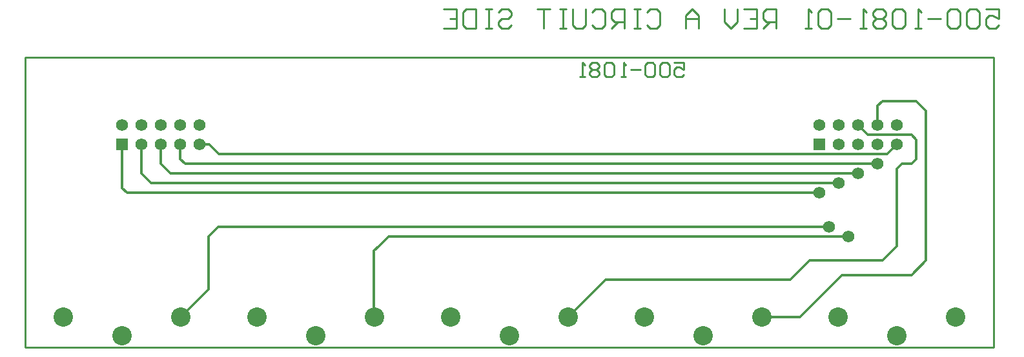
<source format=gbl>
%FSLAX24Y24*%
%MOIN*%
G70*
G01*
G75*
G04 Layer_Physical_Order=2*
G04 Layer_Color=16711680*
%ADD10C,0.0120*%
%ADD11C,0.0100*%
%ADD12C,0.0620*%
%ADD13R,0.0620X0.0620*%
%ADD14C,0.1000*%
D10*
X18000Y1500D02*
X18250D01*
X38031Y1584D02*
X40000D01*
X29947Y3500D02*
X39500D01*
X42166Y3750D02*
X45750D01*
X40500Y4500D02*
X44250D01*
X9947Y6250D02*
X41500D01*
X18750Y5750D02*
X42500D01*
X5250Y8000D02*
X41000D01*
X6500Y8500D02*
X42000D01*
X7500Y9000D02*
X43000D01*
X8250Y9500D02*
X44000D01*
X45250D02*
X45750D01*
X10000Y10000D02*
X44500D01*
X9000Y10500D02*
X9500D01*
X43500Y11000D02*
X45750D01*
X44250Y12750D02*
X46000D01*
X5000Y8250D02*
Y10500D01*
X6000Y9000D02*
Y10500D01*
X7000Y9500D02*
Y10500D01*
X9447Y3000D02*
Y5750D01*
X8000Y9750D02*
Y10500D01*
X18000Y1750D02*
Y5000D01*
X44000Y11500D02*
Y12500D01*
X46500Y4500D02*
Y12250D01*
X45000Y5250D02*
Y9250D01*
X46000Y9750D02*
Y10750D01*
X9447Y5750D02*
X9947Y6250D01*
X18250Y5250D02*
X18750Y5750D01*
X18000Y5000D02*
X18250Y5250D01*
X39500Y3500D02*
X40500Y4500D01*
X44500Y10000D02*
X45000Y10500D01*
X44000Y12500D02*
X44250Y12750D01*
Y4500D02*
X45000Y5250D01*
X45750Y3750D02*
X46500Y4500D01*
X45000Y9250D02*
X45250Y9500D01*
X45750D02*
X46000Y9750D01*
X8031Y1584D02*
X9447Y3000D01*
X40000Y1584D02*
X42166Y3750D01*
X28031Y1584D02*
X29947Y3500D01*
X5000Y8250D02*
X5250Y8000D01*
X6000Y9000D02*
X6500Y8500D01*
X7000Y9500D02*
X7500Y9000D01*
X8000Y9750D02*
X8250Y9500D01*
X9500Y10500D02*
X10000Y10000D01*
X18000Y1750D02*
X18250Y1500D01*
X43000Y11500D02*
X43500Y11000D01*
X46000Y12750D02*
X46500Y12250D01*
X45750Y11000D02*
X46000Y10750D01*
X18000Y1500D02*
X18032Y1584D01*
D11*
X49584Y17500D02*
X50250D01*
Y17000D01*
X49917Y17166D01*
X49750D01*
X49584Y17000D01*
Y16667D01*
X49750Y16500D01*
X50083D01*
X50250Y16667D01*
X49250Y17333D02*
X49084Y17500D01*
X48750D01*
X48584Y17333D01*
Y16667D01*
X48750Y16500D01*
X49084D01*
X49250Y16667D01*
Y17333D01*
X48251D02*
X48084Y17500D01*
X47751D01*
X47584Y17333D01*
Y16667D01*
X47751Y16500D01*
X48084D01*
X48251Y16667D01*
Y17333D01*
X47251Y17000D02*
X46585D01*
X46251Y16500D02*
X45918D01*
X46085D01*
Y17500D01*
X46251Y17333D01*
X45418D02*
X45252Y17500D01*
X44918D01*
X44752Y17333D01*
Y16667D01*
X44918Y16500D01*
X45252D01*
X45418Y16667D01*
Y17333D01*
X44419D02*
X44252Y17500D01*
X43919D01*
X43752Y17333D01*
Y17166D01*
X43919Y17000D01*
X43752Y16833D01*
Y16667D01*
X43919Y16500D01*
X44252D01*
X44419Y16667D01*
Y16833D01*
X44252Y17000D01*
X44419Y17166D01*
Y17333D01*
X44252Y17000D02*
X43919D01*
X43419Y16500D02*
X43086D01*
X43252D01*
Y17500D01*
X43419Y17333D01*
X42586Y17000D02*
X41919D01*
X41586Y17333D02*
X41420Y17500D01*
X41086D01*
X40920Y17333D01*
Y16667D01*
X41086Y16500D01*
X41420D01*
X41586Y16667D01*
Y17333D01*
X40586Y16500D02*
X40253D01*
X40420D01*
Y17500D01*
X40586Y17333D01*
X38754Y16500D02*
Y17500D01*
X38254D01*
X38087Y17333D01*
Y17000D01*
X38254Y16833D01*
X38754D01*
X38420D02*
X38087Y16500D01*
X37088Y17500D02*
X37754D01*
Y16500D01*
X37088D01*
X37754Y17000D02*
X37421D01*
X36754Y17500D02*
Y16833D01*
X36421Y16500D01*
X36088Y16833D01*
Y17500D01*
X34755Y16500D02*
Y17166D01*
X34422Y17500D01*
X34089Y17166D01*
Y16500D01*
Y17000D01*
X34755D01*
X32089Y17333D02*
X32256Y17500D01*
X32589D01*
X32756Y17333D01*
Y16667D01*
X32589Y16500D01*
X32256D01*
X32089Y16667D01*
X31756Y17500D02*
X31423D01*
X31589D01*
Y16500D01*
X31756D01*
X31423D01*
X30923D02*
Y17500D01*
X30423D01*
X30256Y17333D01*
Y17000D01*
X30423Y16833D01*
X30923D01*
X30590D02*
X30256Y16500D01*
X29257Y17333D02*
X29423Y17500D01*
X29757D01*
X29923Y17333D01*
Y16667D01*
X29757Y16500D01*
X29423D01*
X29257Y16667D01*
X28924Y17500D02*
Y16667D01*
X28757Y16500D01*
X28424D01*
X28257Y16667D01*
Y17500D01*
X27924D02*
X27591D01*
X27757D01*
Y16500D01*
X27924D01*
X27591D01*
X27091Y17500D02*
X26424D01*
X26758D01*
Y16500D01*
X24425Y17333D02*
X24592Y17500D01*
X24925D01*
X25091Y17333D01*
Y17166D01*
X24925Y17000D01*
X24592D01*
X24425Y16833D01*
Y16667D01*
X24592Y16500D01*
X24925D01*
X25091Y16667D01*
X24092Y17500D02*
X23759D01*
X23925D01*
Y16500D01*
X24092D01*
X23759D01*
X23259Y17500D02*
Y16500D01*
X22759D01*
X22592Y16667D01*
Y17333D01*
X22759Y17500D01*
X23259D01*
X21593D02*
X22259D01*
Y16500D01*
X21593D01*
X22259Y17000D02*
X21926D01*
X33500Y14750D02*
X34000D01*
Y14375D01*
X33750Y14500D01*
X33625D01*
X33500Y14375D01*
Y14125D01*
X33625Y14000D01*
X33875D01*
X34000Y14125D01*
X33250Y14625D02*
X33125Y14750D01*
X32875D01*
X32750Y14625D01*
Y14125D01*
X32875Y14000D01*
X33125D01*
X33250Y14125D01*
Y14625D01*
X32500D02*
X32376Y14750D01*
X32126D01*
X32001Y14625D01*
Y14125D01*
X32126Y14000D01*
X32376D01*
X32500Y14125D01*
Y14625D01*
X31751Y14375D02*
X31251D01*
X31001Y14000D02*
X30751D01*
X30876D01*
Y14750D01*
X31001Y14625D01*
X30376D02*
X30251Y14750D01*
X30001D01*
X29876Y14625D01*
Y14125D01*
X30001Y14000D01*
X30251D01*
X30376Y14125D01*
Y14625D01*
X29626D02*
X29501Y14750D01*
X29252D01*
X29127Y14625D01*
Y14500D01*
X29252Y14375D01*
X29127Y14250D01*
Y14125D01*
X29252Y14000D01*
X29501D01*
X29626Y14125D01*
Y14250D01*
X29501Y14375D01*
X29626Y14500D01*
Y14625D01*
X29501Y14375D02*
X29252D01*
X28877Y14000D02*
X28627D01*
X28752D01*
Y14750D01*
X28877Y14625D01*
X0Y0D02*
X50000D01*
X0Y15000D02*
X50000D01*
Y0D02*
Y15000D01*
X0Y0D02*
Y15000D01*
D12*
X45000Y11500D02*
D03*
Y10500D02*
D03*
X44000D02*
D03*
X43000Y11500D02*
D03*
Y10500D02*
D03*
X42000Y11500D02*
D03*
Y10500D02*
D03*
X41000Y11500D02*
D03*
X44000D02*
D03*
X9000D02*
D03*
Y10500D02*
D03*
X8000D02*
D03*
X7000Y11500D02*
D03*
Y10500D02*
D03*
X6000Y11500D02*
D03*
Y10500D02*
D03*
X5000Y11500D02*
D03*
X8000D02*
D03*
X41500Y6250D02*
D03*
X42000Y8500D02*
D03*
X42500Y5750D02*
D03*
X41000Y8000D02*
D03*
X43000Y9000D02*
D03*
X44000Y9500D02*
D03*
D13*
X41000Y10500D02*
D03*
X5000D02*
D03*
D14*
X45000Y600D02*
D03*
X41968Y1584D02*
D03*
X48032D02*
D03*
X25000Y600D02*
D03*
X21969Y1584D02*
D03*
X28031D02*
D03*
X35000Y600D02*
D03*
X31969Y1584D02*
D03*
X38031D02*
D03*
X15000Y600D02*
D03*
X11968Y1584D02*
D03*
X18032D02*
D03*
X5000Y600D02*
D03*
X1969Y1584D02*
D03*
X8031D02*
D03*
M02*

</source>
